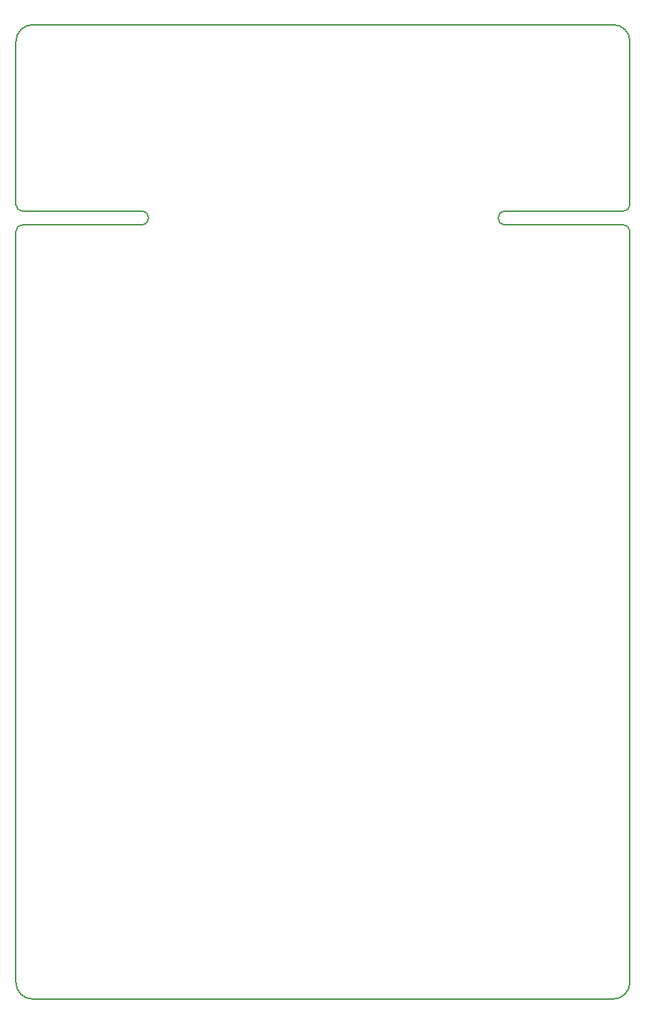
<source format=gm1>
G04 #@! TF.FileFunction,Profile,NP*
%FSLAX46Y46*%
G04 Gerber Fmt 4.6, Leading zero omitted, Abs format (unit mm)*
G04 Created by KiCad (PCBNEW 4.0.1-stable) date 5/21/2016 3:48:14 PM*
%MOMM*%
G01*
G04 APERTURE LIST*
%ADD10C,0.100000*%
%ADD11C,0.127000*%
G04 APERTURE END LIST*
D10*
D11*
X164350000Y-90400000D02*
G75*
G03X165150000Y-89600000I0J800000D01*
G01*
X165150000Y-92800000D02*
G75*
G03X164350000Y-92000000I-800000J0D01*
G01*
X92800000Y-92000000D02*
G75*
G03X92000000Y-92800000I0J-800000D01*
G01*
X92000000Y-89600000D02*
G75*
G03X92800000Y-90400000I800000J0D01*
G01*
X164350000Y-90400000D02*
X150250000Y-90400000D01*
X165150000Y-89600000D02*
X165150000Y-70187500D01*
X92000000Y-182200000D02*
G75*
G03X94000000Y-184200000I2000000J0D01*
G01*
X163150000Y-184200000D02*
G75*
G03X165150000Y-182200000I0J2000000D01*
G01*
X165150000Y-70187500D02*
G75*
G03X163150000Y-68187500I-2000000J0D01*
G01*
X94000000Y-68187500D02*
G75*
G03X92000000Y-70187500I0J-2000000D01*
G01*
X150250000Y-90400000D02*
G75*
G03X150250000Y-92000000I0J-800000D01*
G01*
X164350000Y-92000000D02*
X150250000Y-92000000D01*
X92000000Y-89600000D02*
X92000000Y-70187500D01*
X92800000Y-92000000D02*
X107000000Y-92000000D01*
X107000000Y-92000000D02*
G75*
G03X107000000Y-90400000I0J800000D01*
G01*
X92800000Y-90400000D02*
X107000000Y-90400000D01*
X92000000Y-182200000D02*
X92000000Y-92800000D01*
X165150000Y-182200000D02*
X165150000Y-92800000D01*
X94000000Y-184200000D02*
X163150000Y-184200000D01*
X94000000Y-68187500D02*
X163150000Y-68187500D01*
M02*

</source>
